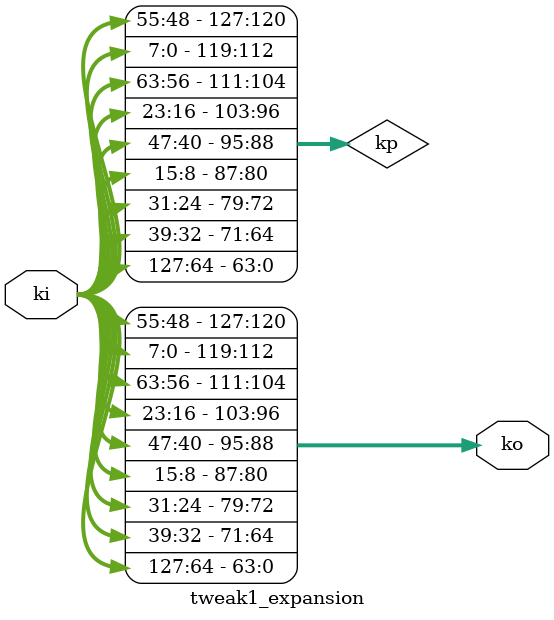
<source format=v>
module skinny_2shares_top (/*AUTOARG*/
                   // Outputs
                   cipher_o, done_o,
                   // Inputs
                   random_i, input_i, key_i, tweak1_i, tweak2_i, clk_i, rst_i, start_i
                   ) ;
   parameter rpsb = 8;   
   
   output [255:0] cipher_o;
   output reg     done_o;

   input [1215:0] random_i;
   input [255:0]  input_i, key_i;
	input [127:0] tweak1_i, tweak2_i;
   input          clk_i, rst_i, start_i;

   reg [1215:0] random_r;
   
   reg [255:0]    state;
   reg [255:0]    key;
   wire [255:0]   next_key;
   reg [127:0]    tweak1;
   wire [127:0]   next_tweak1;
   reg [127:0]    tweak2;
   wire [127:0]   next_tweak2;
   reg [5:0]      constant;
   reg [4:0] 	  en;   

   wire [255:0]   sb, atk, shr, mxc, rkey; 

   assign cipher_o = state;
   
   always @ (posedge clk_i) begin
      if (!rst_i) begin
         done_o <= 1;
         constant <= 6'h01;
	 en <= 5'h10;	 
      end
      else if (start_i) begin
         constant <= 6'h01;
         state <= input_i;
	 random_r <= random_i;	 
         key <= key_i;
         tweak1 <= tweak1_i;
         tweak2 <= tweak2_i;     
         done_o <= 0;
	 en <= 5'h01;	 
      end
      else if (done_o == 0) begin
	 en <= {en[3:0],en[4]};	 
	 if (en[4]) begin
            constant <= {constant[4:0],constant[5]^constant[4]^1'b1};
            state <= mxc;
            key <= next_key;
            tweak1 <= next_tweak1;
            tweak2 <= next_tweak2;
	    random_r <= {random_r[1214:0],
			 random_r[1215]^random_r[27]^random_r[25]^random_r[9]^random_r[0]};  
            if (constant == 6'h1a) begin
               done_o <= 1;            
            end
	 end
      end
   end // always @ (posedge clk)

   // Tweakey Schedule
   key_expansion tk3_shr0 (.ko(next_key[127:0]), .ki(key[127:0]));
   key_expansion tk3_shr1 (.ko(next_key[255:128]), .ki(key[255:128]));
   tweak2_expansion tk2 (.ko(next_tweak2), .ki(tweak2));
   tweak1_expansion tk1 (.ko(next_tweak1), .ki(tweak1));

   // Round Tweakey
   assign rkey[127:0] = {key[127:64],64'h0} ^ {tweak1[127:64],64'h0} ^ 
			{4'h0,constant[3:0],24'h0,6'h0,constant[5:4],24'h0,8'h02,56'h0};
   assign rkey[255:128] = {key[255:192],64'h0} ^ {tweak2[127:64],64'h0}^
			  {4'h0,constant[3:0],24'h0,6'h0,constant[5:4],24'h0,8'h02,56'h0};

   // SBox layer
   skinny_sbox8_cms1_non_pipelined sbox00 (.bo1(sb[  7+128:  0+128]), .bo0(sb[  7:  0]), .si1(state[  7+128:  0+128]), .si0(state[  7:  0]), .r(random_r[ 31:  0]), .clk(clk_i));
   skinny_sbox8_cms1_non_pipelined sbox01 (.bo1(sb[ 15+128:  8+128]), .bo0(sb[ 15:  8]), .si1(state[ 15+128:  8+128]), .si0(state[ 15:  8]), .r(random_r[ 63: 32]), .clk(clk_i));
   skinny_sbox8_cms1_non_pipelined sbox02 (.bo1(sb[ 23+128: 16+128]), .bo0(sb[ 23: 16]), .si1(state[ 23+128: 16+128]), .si0(state[ 23: 16]), .r(random_r[ 95: 64]), .clk(clk_i));
   skinny_sbox8_cms1_non_pipelined sbox03 (.bo1(sb[ 31+128: 24+128]), .bo0(sb[ 31: 24]), .si1(state[ 31+128: 24+128]), .si0(state[ 31: 24]), .r(random_r[127: 96]), .clk(clk_i));
   skinny_sbox8_cms1_non_pipelined sbox04 (.bo1(sb[ 39+128: 32+128]), .bo0(sb[ 39: 32]), .si1(state[ 39+128: 32+128]), .si0(state[ 39: 32]), .r(random_r[159:128]), .clk(clk_i));
   skinny_sbox8_cms1_non_pipelined sbox05 (.bo1(sb[ 47+128: 40+128]), .bo0(sb[ 47: 40]), .si1(state[ 47+128: 40+128]), .si0(state[ 47: 40]), .r(random_r[191:160]), .clk(clk_i));
   skinny_sbox8_cms1_non_pipelined sbox06 (.bo1(sb[ 55+128: 48+128]), .bo0(sb[ 55: 48]), .si1(state[ 55+128: 48+128]), .si0(state[ 55: 48]), .r(random_r[223:192]), .clk(clk_i));
   skinny_sbox8_cms1_non_pipelined sbox07 (.bo1(sb[ 63+128: 56+128]), .bo0(sb[ 63: 56]), .si1(state[ 63+128: 56+128]), .si0(state[ 63: 56]), .r(random_r[255:224]), .clk(clk_i));
   skinny_sbox8_cms1_non_pipelined sbox08 (.bo1(sb[ 71+128: 64+128]), .bo0(sb[ 71: 64]), .si1(state[ 71+128: 64+128]), .si0(state[ 71: 64]), .r(random_r[287:256]), .clk(clk_i));
   skinny_sbox8_cms1_non_pipelined sbox09 (.bo1(sb[ 79+128: 72+128]), .bo0(sb[ 79: 72]), .si1(state[ 79+128: 72+128]), .si0(state[ 79: 72]), .r(random_r[319:288]), .clk(clk_i));
   skinny_sbox8_cms1_non_pipelined sbox10 (.bo1(sb[ 87+128: 80+128]), .bo0(sb[ 87: 80]), .si1(state[ 87+128: 80+128]), .si0(state[ 87: 80]), .r(random_r[351:320]), .clk(clk_i));
   skinny_sbox8_cms1_non_pipelined sbox11 (.bo1(sb[ 95+128: 88+128]), .bo0(sb[ 95: 88]), .si1(state[ 95+128: 88+128]), .si0(state[ 95: 88]), .r(random_r[383:352]), .clk(clk_i));
   skinny_sbox8_cms1_non_pipelined sbox12 (.bo1(sb[103+128: 96+128]), .bo0(sb[103: 96]), .si1(state[103+128: 96+128]), .si0(state[103: 96]), .r(random_r[415:384]), .clk(clk_i));
   skinny_sbox8_cms1_non_pipelined sbox13 (.bo1(sb[111+128:104+128]), .bo0(sb[111:104]), .si1(state[111+128:104+128]), .si0(state[111:104]), .r(random_r[447:416]), .clk(clk_i));
   skinny_sbox8_cms1_non_pipelined sbox14 (.bo1(sb[119+128:112+128]), .bo0(sb[119:112]), .si1(state[119+128:112+128]), .si0(state[119:112]), .r(random_r[479:448]), .clk(clk_i));
   skinny_sbox8_cms1_non_pipelined sbox15 (.bo1(sb[127+128:120+128]), .bo0(sb[127:120]), .si1(state[127+128:120+128]), .si0(state[127:120]), .r(random_r[511:480]), .clk(clk_i));

   // Add Tweakey
   assign atk[127:0] = rkey[127:0] ^ sb[127:0];
   assign atk[255:128] = rkey[255:128] ^ sb[255:128];

   // ShiftRows
   assign shr[127:96] =  atk[127:96];
   assign shr[ 95:64] = {atk[ 71:64],atk[95:72]};
   assign shr[ 63:32] = {atk[ 47:32],atk[63:48]};
   assign shr[ 31: 0] = {atk[ 23: 0],atk[31:24]};

   assign shr[127+128:96+128] =  atk[127+128:96+128];
   assign shr[ 95+128:64+128] = {atk[ 71+128:64+128],atk[95+128:72+128]};
   assign shr[ 63+128:32+128] = {atk[ 47+128:32+128],atk[63+128:48+128]};
   assign shr[ 31+128: 0+128] = {atk[ 23+128: 0+128],atk[31+128:24+128]};
							  
   // MixColumn
   assign mxc[ 95:64] = shr[127:96];
   assign mxc[ 63:32] = shr[ 95:64] ^ shr[63:32];
   assign mxc[ 31: 0] = shr[127:96] ^ shr[63:32];
   assign mxc[127:96] = shr[ 31: 0] ^ mxc[31: 0];

   assign mxc[ 95+128:64+128] = shr[127+128:96+128];
   assign mxc[ 63+128:32+128] = shr[ 95+128:64+128] ^ shr[63+128:32+128];
   assign mxc[ 31+128: 0+128] = shr[127+128:96+128] ^ shr[63+128:32+128];
   assign mxc[127+128:96+128] = shr[ 31+128: 0+128] ^ mxc[31+128: 0+128]; 
   							    	   
endmodule // skinny_2shares_top

module key_expansion (/*AUTOARG*/
                      // Outputs
                      ko,
                      // Inputs
                      ki
                      ) ;
   output [127:0] ko;
   input [127:0]  ki;

   wire [127:0]   kp;

   assign kp[127:120] = ki[ 55: 48];
   assign kp[119:112] = ki[  7:  0];
   assign kp[111:104] = ki[ 63: 56];
   assign kp[103: 96] = ki[ 23: 16];
   assign kp[ 95: 88] = ki[ 47: 40];
   assign kp[ 87: 80] = ki[ 15:  8];
   assign kp[ 79: 72] = ki[ 31: 24];
   assign kp[ 71: 64] = ki[ 39: 32];
   assign kp[ 63: 56] = ki[127:120];
   assign kp[ 55: 48] = ki[119:112];
   assign kp[ 47: 40] = ki[111:104];
   assign kp[ 39: 32] = ki[103: 96];
   assign kp[ 31: 24] = ki[ 95: 88];
   assign kp[ 23: 16] = ki[ 87: 80];
   assign kp[ 15:  8] = ki[ 79: 72];
   assign kp[  7:  0] = ki[ 71: 64];

   assign ko[127:120] = {kp[120]^kp[126],kp[127:121]};
   assign ko[119:112] = {kp[112]^kp[118],kp[119:113]};
   assign ko[111:104] = {kp[104]^kp[110],kp[111:105]};
   assign ko[103: 96] = {kp[ 96]^kp[102],kp[103: 97]};
   assign ko[ 95: 88] = {kp[ 88]^kp[ 94],kp[ 95: 89]};
   assign ko[ 87: 80] = {kp[ 80]^kp[ 86],kp[ 87: 81]};
   assign ko[ 79: 72] = {kp[ 72]^kp[ 78],kp[ 79: 73]};
   assign ko[ 71: 64] = {kp[ 64]^kp[ 70],kp[ 71: 65]};

   assign ko[ 63:  0] = kp[ 63:  0];
   
endmodule // key_expansion

module tweak2_expansion (/*AUTOARG*/
                         // Outputs
                         ko,
                         // Inputs
                         ki
                         ) ;
   output [127:0] ko;
   input [127:0]  ki;

   wire [127:0]   kp;

   assign kp[127:120] = ki[ 55: 48];
   assign kp[119:112] = ki[  7:  0];
   assign kp[111:104] = ki[ 63: 56];
   assign kp[103: 96] = ki[ 23: 16];
   assign kp[ 95: 88] = ki[ 47: 40];
   assign kp[ 87: 80] = ki[ 15:  8];
   assign kp[ 79: 72] = ki[ 31: 24];
   assign kp[ 71: 64] = ki[ 39: 32];
   assign kp[ 63: 56] = ki[127:120];
   assign kp[ 55: 48] = ki[119:112];
   assign kp[ 47: 40] = ki[111:104];
   assign kp[ 39: 32] = ki[103: 96];
   assign kp[ 31: 24] = ki[ 95: 88];
   assign kp[ 23: 16] = ki[ 87: 80];
   assign kp[ 15:  8] = ki[ 79: 72];
   assign kp[  7:  0] = ki[ 71: 64];

   assign ko[127:120] = {kp[126:120],kp[127]^kp[125]};   
   assign ko[119:112] = {kp[118:112],kp[119]^kp[117]};   
   assign ko[111:104] = {kp[110:104],kp[111]^kp[109]};   
   assign ko[103: 96] = {kp[102: 96],kp[103]^kp[101]};   
   assign ko[ 95: 88] = {kp[ 94: 88],kp[ 95]^kp[ 93]};   
   assign ko[ 87: 80] = {kp[ 86: 80],kp[ 87]^kp[ 85]};   
   assign ko[ 79: 72] = {kp[ 78: 72],kp[ 79]^kp[ 77]};   
   assign ko[ 71: 64] = {kp[ 70: 64],kp[ 71]^kp[ 69]};   

   assign ko[ 63:  0] = kp[ 63:  0];
   
endmodule // tweak2_expansion

module tweak1_expansion (/*AUTOARG*/
                         // Outputs
                         ko,
                         // Inputs
                         ki
                         ) ;
   output [127:0] ko;
   input [127:0]  ki;

   wire [127:0]   kp;

   assign kp[127:120] = ki[ 55: 48];
   assign kp[119:112] = ki[  7:  0];
   assign kp[111:104] = ki[ 63: 56];
   assign kp[103: 96] = ki[ 23: 16];
   assign kp[ 95: 88] = ki[ 47: 40];
   assign kp[ 87: 80] = ki[ 15:  8];
   assign kp[ 79: 72] = ki[ 31: 24];
   assign kp[ 71: 64] = ki[ 39: 32];
   assign kp[ 63: 56] = ki[127:120];
   assign kp[ 55: 48] = ki[119:112];
   assign kp[ 47: 40] = ki[111:104];
   assign kp[ 39: 32] = ki[103: 96];
   assign kp[ 31: 24] = ki[ 95: 88];
   assign kp[ 23: 16] = ki[ 87: 80];
   assign kp[ 15:  8] = ki[ 79: 72];
   assign kp[  7:  0] = ki[ 71: 64];

   assign ko = kp;
   
endmodule // tweak1_expansion


</source>
